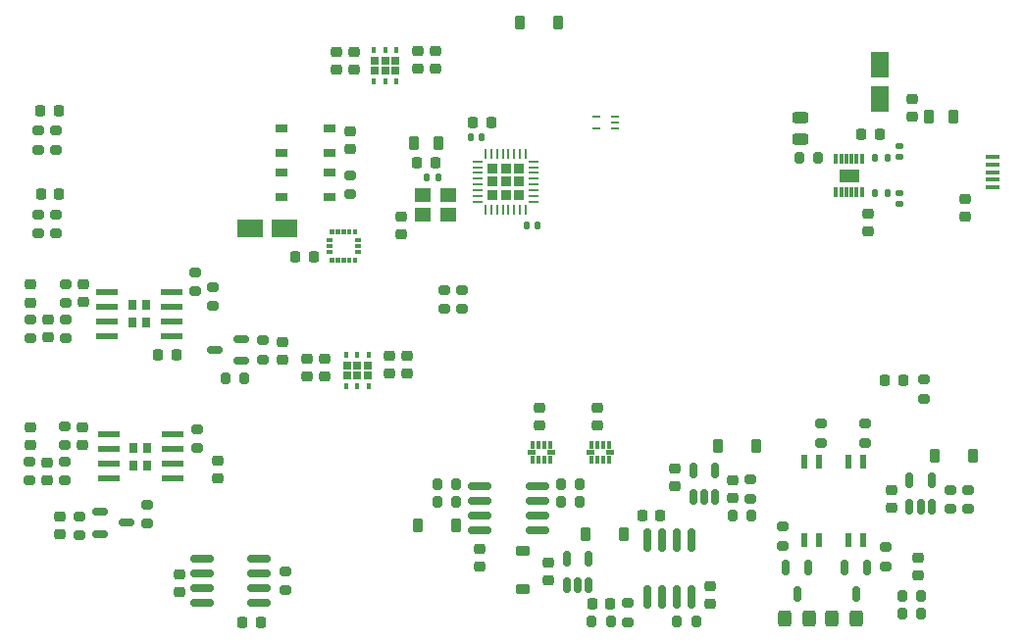
<source format=gtp>
G04 #@! TF.GenerationSoftware,KiCad,Pcbnew,7.0.9*
G04 #@! TF.CreationDate,2023-12-02T16:20:12-07:00*
G04 #@! TF.ProjectId,Fuel_Cell_Controller_Prototype,4675656c-5f43-4656-9c6c-5f436f6e7472,V1.0*
G04 #@! TF.SameCoordinates,Original*
G04 #@! TF.FileFunction,Paste,Top*
G04 #@! TF.FilePolarity,Positive*
%FSLAX46Y46*%
G04 Gerber Fmt 4.6, Leading zero omitted, Abs format (unit mm)*
G04 Created by KiCad (PCBNEW 7.0.9) date 2023-12-02 16:20:12*
%MOMM*%
%LPD*%
G01*
G04 APERTURE LIST*
G04 Aperture macros list*
%AMRoundRect*
0 Rectangle with rounded corners*
0 $1 Rounding radius*
0 $2 $3 $4 $5 $6 $7 $8 $9 X,Y pos of 4 corners*
0 Add a 4 corners polygon primitive as box body*
4,1,4,$2,$3,$4,$5,$6,$7,$8,$9,$2,$3,0*
0 Add four circle primitives for the rounded corners*
1,1,$1+$1,$2,$3*
1,1,$1+$1,$4,$5*
1,1,$1+$1,$6,$7*
1,1,$1+$1,$8,$9*
0 Add four rect primitives between the rounded corners*
20,1,$1+$1,$2,$3,$4,$5,0*
20,1,$1+$1,$4,$5,$6,$7,0*
20,1,$1+$1,$6,$7,$8,$9,0*
20,1,$1+$1,$8,$9,$2,$3,0*%
G04 Aperture macros list end*
%ADD10C,0.010000*%
%ADD11RoundRect,0.218750X-0.218750X-0.381250X0.218750X-0.381250X0.218750X0.381250X-0.218750X0.381250X0*%
%ADD12RoundRect,0.218750X0.256250X-0.218750X0.256250X0.218750X-0.256250X0.218750X-0.256250X-0.218750X0*%
%ADD13RoundRect,0.218750X-0.256250X0.218750X-0.256250X-0.218750X0.256250X-0.218750X0.256250X0.218750X0*%
%ADD14RoundRect,0.225000X0.225000X0.250000X-0.225000X0.250000X-0.225000X-0.250000X0.225000X-0.250000X0*%
%ADD15RoundRect,0.225000X0.250000X-0.225000X0.250000X0.225000X-0.250000X0.225000X-0.250000X-0.225000X0*%
%ADD16RoundRect,0.225000X-0.225000X-0.250000X0.225000X-0.250000X0.225000X0.250000X-0.225000X0.250000X0*%
%ADD17RoundRect,0.200000X0.275000X-0.200000X0.275000X0.200000X-0.275000X0.200000X-0.275000X-0.200000X0*%
%ADD18RoundRect,0.225000X-0.250000X0.225000X-0.250000X-0.225000X0.250000X-0.225000X0.250000X0.225000X0*%
%ADD19RoundRect,0.250000X-0.325000X-0.450000X0.325000X-0.450000X0.325000X0.450000X-0.325000X0.450000X0*%
%ADD20RoundRect,0.150000X-0.150000X0.512500X-0.150000X-0.512500X0.150000X-0.512500X0.150000X0.512500X0*%
%ADD21RoundRect,0.200000X-0.275000X0.200000X-0.275000X-0.200000X0.275000X-0.200000X0.275000X0.200000X0*%
%ADD22RoundRect,0.150000X-0.150000X0.825000X-0.150000X-0.825000X0.150000X-0.825000X0.150000X0.825000X0*%
%ADD23RoundRect,0.200000X-0.200000X-0.275000X0.200000X-0.275000X0.200000X0.275000X-0.200000X0.275000X0*%
%ADD24R,1.050000X0.650000*%
%ADD25R,1.910000X0.610000*%
%ADD26R,0.723000X0.930000*%
%ADD27RoundRect,0.200000X0.200000X0.275000X-0.200000X0.275000X-0.200000X-0.275000X0.200000X-0.275000X0*%
%ADD28RoundRect,0.150000X0.825000X0.150000X-0.825000X0.150000X-0.825000X-0.150000X0.825000X-0.150000X0*%
%ADD29RoundRect,0.135000X-0.135000X-0.185000X0.135000X-0.185000X0.135000X0.185000X-0.135000X0.185000X0*%
%ADD30R,0.762000X0.279400*%
%ADD31R,0.730000X0.660000*%
%ADD32R,0.450000X0.630000*%
%ADD33RoundRect,0.140000X0.170000X-0.140000X0.170000X0.140000X-0.170000X0.140000X-0.170000X-0.140000X0*%
%ADD34RoundRect,0.150000X-0.825000X-0.150000X0.825000X-0.150000X0.825000X0.150000X-0.825000X0.150000X0*%
%ADD35R,2.200000X1.600000*%
%ADD36R,0.558800X1.219200*%
%ADD37RoundRect,0.243750X0.456250X-0.243750X0.456250X0.243750X-0.456250X0.243750X-0.456250X-0.243750X0*%
%ADD38RoundRect,0.140000X-0.170000X0.140000X-0.170000X-0.140000X0.170000X-0.140000X0.170000X0.140000X0*%
%ADD39RoundRect,0.225000X0.225000X0.375000X-0.225000X0.375000X-0.225000X-0.375000X0.225000X-0.375000X0*%
%ADD40RoundRect,0.150000X0.150000X-0.512500X0.150000X0.512500X-0.150000X0.512500X-0.150000X-0.512500X0*%
%ADD41RoundRect,0.250000X0.325000X0.450000X-0.325000X0.450000X-0.325000X-0.450000X0.325000X-0.450000X0*%
%ADD42RoundRect,0.140000X0.140000X0.170000X-0.140000X0.170000X-0.140000X-0.170000X0.140000X-0.170000X0*%
%ADD43RoundRect,0.225000X-0.225000X-0.375000X0.225000X-0.375000X0.225000X0.375000X-0.225000X0.375000X0*%
%ADD44RoundRect,0.225000X-0.375000X0.225000X-0.375000X-0.225000X0.375000X-0.225000X0.375000X0.225000X0*%
%ADD45R,1.300000X0.450000*%
%ADD46R,1.400000X1.200000*%
%ADD47RoundRect,0.140000X-0.140000X-0.170000X0.140000X-0.170000X0.140000X0.170000X-0.140000X0.170000X0*%
%ADD48RoundRect,0.007500X-0.117500X0.412500X-0.117500X-0.412500X0.117500X-0.412500X0.117500X0.412500X0*%
%ADD49RoundRect,0.150000X0.512500X0.150000X-0.512500X0.150000X-0.512500X-0.150000X0.512500X-0.150000X0*%
%ADD50RoundRect,0.232500X-0.232500X-0.232500X0.232500X-0.232500X0.232500X0.232500X-0.232500X0.232500X0*%
%ADD51RoundRect,0.062500X-0.375000X-0.062500X0.375000X-0.062500X0.375000X0.062500X-0.375000X0.062500X0*%
%ADD52RoundRect,0.062500X-0.062500X-0.375000X0.062500X-0.375000X0.062500X0.375000X-0.062500X0.375000X0*%
%ADD53RoundRect,0.150000X-0.512500X-0.150000X0.512500X-0.150000X0.512500X0.150000X-0.512500X0.150000X0*%
%ADD54R,1.600000X2.200000*%
G04 APERTURE END LIST*
D10*
X158658000Y-108362000D02*
X158358000Y-108362000D01*
X158358000Y-107792000D01*
X158658000Y-107792000D01*
X158658000Y-108362000D01*
G36*
X158658000Y-108362000D02*
G01*
X158358000Y-108362000D01*
X158358000Y-107792000D01*
X158658000Y-107792000D01*
X158658000Y-108362000D01*
G37*
X159128000Y-108362000D02*
X158888000Y-108362000D01*
X158888000Y-107792000D01*
X159128000Y-107792000D01*
X159128000Y-108362000D01*
G36*
X159128000Y-108362000D02*
G01*
X158888000Y-108362000D01*
X158888000Y-107792000D01*
X159128000Y-107792000D01*
X159128000Y-108362000D01*
G37*
X159628000Y-108362000D02*
X159388000Y-108362000D01*
X159388000Y-107792000D01*
X159628000Y-107792000D01*
X159628000Y-108362000D01*
G36*
X159628000Y-108362000D02*
G01*
X159388000Y-108362000D01*
X159388000Y-107792000D01*
X159628000Y-107792000D01*
X159628000Y-108362000D01*
G37*
X160158000Y-108362000D02*
X159858000Y-108362000D01*
X159858000Y-107792000D01*
X160158000Y-107792000D01*
X160158000Y-108362000D01*
G36*
X160158000Y-108362000D02*
G01*
X159858000Y-108362000D01*
X159858000Y-107792000D01*
X160158000Y-107792000D01*
X160158000Y-108362000D01*
G37*
X158708000Y-107612000D02*
X158088000Y-107612000D01*
X158088000Y-107272000D01*
X158708000Y-107272000D01*
X158708000Y-107612000D01*
G36*
X158708000Y-107612000D02*
G01*
X158088000Y-107612000D01*
X158088000Y-107272000D01*
X158708000Y-107272000D01*
X158708000Y-107612000D01*
G37*
X160428000Y-107612000D02*
X159808000Y-107612000D01*
X159808000Y-107272000D01*
X160428000Y-107272000D01*
X160428000Y-107612000D01*
G36*
X160428000Y-107612000D02*
G01*
X159808000Y-107612000D01*
X159808000Y-107272000D01*
X160428000Y-107272000D01*
X160428000Y-107612000D01*
G37*
X158658000Y-107092000D02*
X158358000Y-107092000D01*
X158358000Y-106522000D01*
X158658000Y-106522000D01*
X158658000Y-107092000D01*
G36*
X158658000Y-107092000D02*
G01*
X158358000Y-107092000D01*
X158358000Y-106522000D01*
X158658000Y-106522000D01*
X158658000Y-107092000D01*
G37*
X159128000Y-107092000D02*
X158888000Y-107092000D01*
X158888000Y-106522000D01*
X159128000Y-106522000D01*
X159128000Y-107092000D01*
G36*
X159128000Y-107092000D02*
G01*
X158888000Y-107092000D01*
X158888000Y-106522000D01*
X159128000Y-106522000D01*
X159128000Y-107092000D01*
G37*
X159628000Y-107092000D02*
X159388000Y-107092000D01*
X159388000Y-106522000D01*
X159628000Y-106522000D01*
X159628000Y-107092000D01*
G36*
X159628000Y-107092000D02*
G01*
X159388000Y-107092000D01*
X159388000Y-106522000D01*
X159628000Y-106522000D01*
X159628000Y-107092000D01*
G37*
X160158000Y-107092000D02*
X159858000Y-107092000D01*
X159858000Y-106522000D01*
X160158000Y-106522000D01*
X160158000Y-107092000D01*
G36*
X160158000Y-107092000D02*
G01*
X159858000Y-107092000D01*
X159858000Y-106522000D01*
X160158000Y-106522000D01*
X160158000Y-107092000D01*
G37*
X153578000Y-108362000D02*
X153278000Y-108362000D01*
X153278000Y-107792000D01*
X153578000Y-107792000D01*
X153578000Y-108362000D01*
G36*
X153578000Y-108362000D02*
G01*
X153278000Y-108362000D01*
X153278000Y-107792000D01*
X153578000Y-107792000D01*
X153578000Y-108362000D01*
G37*
X154048000Y-108362000D02*
X153808000Y-108362000D01*
X153808000Y-107792000D01*
X154048000Y-107792000D01*
X154048000Y-108362000D01*
G36*
X154048000Y-108362000D02*
G01*
X153808000Y-108362000D01*
X153808000Y-107792000D01*
X154048000Y-107792000D01*
X154048000Y-108362000D01*
G37*
X154548000Y-108362000D02*
X154308000Y-108362000D01*
X154308000Y-107792000D01*
X154548000Y-107792000D01*
X154548000Y-108362000D01*
G36*
X154548000Y-108362000D02*
G01*
X154308000Y-108362000D01*
X154308000Y-107792000D01*
X154548000Y-107792000D01*
X154548000Y-108362000D01*
G37*
X155078000Y-108362000D02*
X154778000Y-108362000D01*
X154778000Y-107792000D01*
X155078000Y-107792000D01*
X155078000Y-108362000D01*
G36*
X155078000Y-108362000D02*
G01*
X154778000Y-108362000D01*
X154778000Y-107792000D01*
X155078000Y-107792000D01*
X155078000Y-108362000D01*
G37*
X153628000Y-107612000D02*
X153008000Y-107612000D01*
X153008000Y-107272000D01*
X153628000Y-107272000D01*
X153628000Y-107612000D01*
G36*
X153628000Y-107612000D02*
G01*
X153008000Y-107612000D01*
X153008000Y-107272000D01*
X153628000Y-107272000D01*
X153628000Y-107612000D01*
G37*
X155348000Y-107612000D02*
X154728000Y-107612000D01*
X154728000Y-107272000D01*
X155348000Y-107272000D01*
X155348000Y-107612000D01*
G36*
X155348000Y-107612000D02*
G01*
X154728000Y-107612000D01*
X154728000Y-107272000D01*
X155348000Y-107272000D01*
X155348000Y-107612000D01*
G37*
X153578000Y-107092000D02*
X153278000Y-107092000D01*
X153278000Y-106522000D01*
X153578000Y-106522000D01*
X153578000Y-107092000D01*
G36*
X153578000Y-107092000D02*
G01*
X153278000Y-107092000D01*
X153278000Y-106522000D01*
X153578000Y-106522000D01*
X153578000Y-107092000D01*
G37*
X154048000Y-107092000D02*
X153808000Y-107092000D01*
X153808000Y-106522000D01*
X154048000Y-106522000D01*
X154048000Y-107092000D01*
G36*
X154048000Y-107092000D02*
G01*
X153808000Y-107092000D01*
X153808000Y-106522000D01*
X154048000Y-106522000D01*
X154048000Y-107092000D01*
G37*
X154548000Y-107092000D02*
X154308000Y-107092000D01*
X154308000Y-106522000D01*
X154548000Y-106522000D01*
X154548000Y-107092000D01*
G36*
X154548000Y-107092000D02*
G01*
X154308000Y-107092000D01*
X154308000Y-106522000D01*
X154548000Y-106522000D01*
X154548000Y-107092000D01*
G37*
X155078000Y-107092000D02*
X154778000Y-107092000D01*
X154778000Y-106522000D01*
X155078000Y-106522000D01*
X155078000Y-107092000D01*
G36*
X155078000Y-107092000D02*
G01*
X154778000Y-107092000D01*
X154778000Y-106522000D01*
X155078000Y-106522000D01*
X155078000Y-107092000D01*
G37*
X136247800Y-90990800D02*
X135967800Y-90990800D01*
X135967800Y-90630800D01*
X136247800Y-90630800D01*
X136247800Y-90990800D01*
G36*
X136247800Y-90990800D02*
G01*
X135967800Y-90990800D01*
X135967800Y-90630800D01*
X136247800Y-90630800D01*
X136247800Y-90990800D01*
G37*
X136747800Y-90990800D02*
X136467800Y-90990800D01*
X136467800Y-90630800D01*
X136747800Y-90630800D01*
X136747800Y-90990800D01*
G36*
X136747800Y-90990800D02*
G01*
X136467800Y-90990800D01*
X136467800Y-90630800D01*
X136747800Y-90630800D01*
X136747800Y-90990800D01*
G37*
X137247800Y-90990800D02*
X136967800Y-90990800D01*
X136967800Y-90630800D01*
X137247800Y-90630800D01*
X137247800Y-90990800D01*
G36*
X137247800Y-90990800D02*
G01*
X136967800Y-90990800D01*
X136967800Y-90630800D01*
X137247800Y-90630800D01*
X137247800Y-90990800D01*
G37*
X137747800Y-90990800D02*
X137467800Y-90990800D01*
X137467800Y-90630800D01*
X137747800Y-90630800D01*
X137747800Y-90990800D01*
G36*
X137747800Y-90990800D02*
G01*
X137467800Y-90990800D01*
X137467800Y-90630800D01*
X137747800Y-90630800D01*
X137747800Y-90990800D01*
G37*
X138247800Y-90990800D02*
X137967800Y-90990800D01*
X137967800Y-90630800D01*
X138247800Y-90630800D01*
X138247800Y-90990800D01*
G36*
X138247800Y-90990800D02*
G01*
X137967800Y-90990800D01*
X137967800Y-90630800D01*
X138247800Y-90630800D01*
X138247800Y-90990800D01*
G37*
X136067800Y-90225800D02*
X135707800Y-90225800D01*
X135707800Y-89945800D01*
X136067800Y-89945800D01*
X136067800Y-90225800D01*
G36*
X136067800Y-90225800D02*
G01*
X135707800Y-90225800D01*
X135707800Y-89945800D01*
X136067800Y-89945800D01*
X136067800Y-90225800D01*
G37*
X138517800Y-90220800D02*
X138157800Y-90220800D01*
X138157800Y-89940800D01*
X138517800Y-89940800D01*
X138517800Y-90220800D01*
G36*
X138517800Y-90220800D02*
G01*
X138157800Y-90220800D01*
X138157800Y-89940800D01*
X138517800Y-89940800D01*
X138517800Y-90220800D01*
G37*
X136062800Y-89725800D02*
X135702800Y-89725800D01*
X135702800Y-89445800D01*
X136062800Y-89445800D01*
X136062800Y-89725800D01*
G36*
X136062800Y-89725800D02*
G01*
X135702800Y-89725800D01*
X135702800Y-89445800D01*
X136062800Y-89445800D01*
X136062800Y-89725800D01*
G37*
X138517800Y-89725800D02*
X138157800Y-89725800D01*
X138157800Y-89445800D01*
X138517800Y-89445800D01*
X138517800Y-89725800D01*
G36*
X138517800Y-89725800D02*
G01*
X138157800Y-89725800D01*
X138157800Y-89445800D01*
X138517800Y-89445800D01*
X138517800Y-89725800D01*
G37*
X138517800Y-89225800D02*
X138157800Y-89225800D01*
X138157800Y-88945800D01*
X138517800Y-88945800D01*
X138517800Y-89225800D01*
G36*
X138517800Y-89225800D02*
G01*
X138157800Y-89225800D01*
X138157800Y-88945800D01*
X138517800Y-88945800D01*
X138517800Y-89225800D01*
G37*
X136067800Y-89225800D02*
X135707800Y-89225800D01*
X135707800Y-88945800D01*
X136067800Y-88945800D01*
X136067800Y-89225800D01*
G36*
X136067800Y-89225800D02*
G01*
X135707800Y-89225800D01*
X135707800Y-88945800D01*
X136067800Y-88945800D01*
X136067800Y-89225800D01*
G37*
X136247800Y-88540800D02*
X135967800Y-88540800D01*
X135967800Y-88180800D01*
X136247800Y-88180800D01*
X136247800Y-88540800D01*
G36*
X136247800Y-88540800D02*
G01*
X135967800Y-88540800D01*
X135967800Y-88180800D01*
X136247800Y-88180800D01*
X136247800Y-88540800D01*
G37*
X136747800Y-88540800D02*
X136467800Y-88540800D01*
X136467800Y-88180800D01*
X136747800Y-88180800D01*
X136747800Y-88540800D01*
G36*
X136747800Y-88540800D02*
G01*
X136467800Y-88540800D01*
X136467800Y-88180800D01*
X136747800Y-88180800D01*
X136747800Y-88540800D01*
G37*
X137247800Y-88540800D02*
X136967800Y-88540800D01*
X136967800Y-88180800D01*
X137247800Y-88180800D01*
X137247800Y-88540800D01*
G36*
X137247800Y-88540800D02*
G01*
X136967800Y-88540800D01*
X136967800Y-88180800D01*
X137247800Y-88180800D01*
X137247800Y-88540800D01*
G37*
X137747800Y-88540800D02*
X137467800Y-88540800D01*
X137467800Y-88180800D01*
X137747800Y-88180800D01*
X137747800Y-88540800D01*
G36*
X137747800Y-88540800D02*
G01*
X137467800Y-88540800D01*
X137467800Y-88180800D01*
X137747800Y-88180800D01*
X137747800Y-88540800D01*
G37*
X138247800Y-88540800D02*
X137967800Y-88540800D01*
X137967800Y-88180800D01*
X138247800Y-88180800D01*
X138247800Y-88540800D01*
G36*
X138247800Y-88540800D02*
G01*
X137967800Y-88540800D01*
X137967800Y-88180800D01*
X138247800Y-88180800D01*
X138247800Y-88540800D01*
G37*
X181551000Y-84011000D02*
X179971000Y-84011000D01*
X179971000Y-82991000D01*
X181551000Y-82991000D01*
X181551000Y-84011000D01*
G36*
X181551000Y-84011000D02*
G01*
X179971000Y-84011000D01*
X179971000Y-82991000D01*
X181551000Y-82991000D01*
X181551000Y-84011000D01*
G37*
D11*
X143209500Y-80772000D03*
X145334500Y-80772000D03*
D12*
X112649000Y-114554000D03*
X112649000Y-112979000D03*
D13*
X131826000Y-97891500D03*
X131826000Y-99466500D03*
X110109000Y-105257500D03*
X110109000Y-106832500D03*
X110109000Y-92938500D03*
X110109000Y-94513500D03*
D14*
X185433000Y-101219000D03*
X183883000Y-101219000D03*
D15*
X186690000Y-118123000D03*
X186690000Y-116573000D03*
D16*
X111002200Y-85149400D03*
X112552200Y-85149400D03*
X110987000Y-77916400D03*
X112537000Y-77916400D03*
D17*
X130180500Y-99443000D03*
X130180500Y-97793000D03*
D18*
X114634500Y-105257000D03*
X114634500Y-106807000D03*
D19*
X179319500Y-121820000D03*
X181369500Y-121820000D03*
D20*
X177230500Y-117380500D03*
X175330500Y-117380500D03*
X176280500Y-119655500D03*
D21*
X113143000Y-92901000D03*
X113143000Y-94551000D03*
D22*
X167132000Y-115027000D03*
X165862000Y-115027000D03*
X164592000Y-115027000D03*
X163322000Y-115027000D03*
X163322000Y-119977000D03*
X164592000Y-119977000D03*
X165862000Y-119977000D03*
X167132000Y-119977000D03*
D21*
X191008000Y-110681000D03*
X191008000Y-112331000D03*
D17*
X182122500Y-106643000D03*
X182122500Y-104993000D03*
D21*
X113110500Y-108255000D03*
X113110500Y-109905000D03*
D15*
X148844000Y-117361000D03*
X148844000Y-115811000D03*
D23*
X185357000Y-121412000D03*
X187007000Y-121412000D03*
X158560000Y-122074000D03*
X160210000Y-122074000D03*
D24*
X135933000Y-81593000D03*
X131783000Y-81593000D03*
X135933000Y-79443000D03*
X131783000Y-79443000D03*
D25*
X116840000Y-105918000D03*
X116840000Y-107188000D03*
X116840000Y-108458000D03*
X116840000Y-109728000D03*
X122400000Y-109728000D03*
X122400000Y-108458000D03*
X122400000Y-107188000D03*
X122400000Y-105918000D03*
D26*
X119017500Y-107048000D03*
X119017500Y-108598000D03*
X120222500Y-107048000D03*
X120222500Y-108598000D03*
D17*
X178312500Y-106643000D03*
X178312500Y-104993000D03*
D23*
X155893000Y-111760000D03*
X157543000Y-111760000D03*
D27*
X187007000Y-119888000D03*
X185357000Y-119888000D03*
D17*
X112320800Y-81332200D03*
X112320800Y-79682200D03*
X189484000Y-112331000D03*
X189484000Y-110681000D03*
D28*
X153859000Y-114173000D03*
X153859000Y-112903000D03*
X153859000Y-111633000D03*
X153859000Y-110363000D03*
X148909000Y-110363000D03*
X148909000Y-111633000D03*
X148909000Y-112903000D03*
X148909000Y-114173000D03*
D17*
X187198000Y-102806000D03*
X187198000Y-101156000D03*
D21*
X110062500Y-108255000D03*
X110062500Y-109905000D03*
D15*
X145034000Y-74326000D03*
X145034000Y-72776000D03*
D16*
X158610000Y-120550000D03*
X160160000Y-120550000D03*
D21*
X124540500Y-105461000D03*
X124540500Y-107111000D03*
D29*
X183045000Y-85025000D03*
X184065000Y-85025000D03*
D30*
X160540700Y-79493999D03*
X160540700Y-78994000D03*
X160540700Y-78494001D03*
X158991300Y-78494001D03*
X158991300Y-79493999D03*
D31*
X137460000Y-100838000D03*
X138326000Y-100838000D03*
X139192000Y-100838000D03*
X137460000Y-99988000D03*
X138326000Y-99988000D03*
X139192000Y-99988000D03*
D32*
X137376000Y-101753000D03*
X138326000Y-101753000D03*
X139276000Y-101753000D03*
X139276000Y-99073000D03*
X138326000Y-99073000D03*
X137376000Y-99073000D03*
D17*
X112336000Y-88556000D03*
X112336000Y-86906000D03*
D33*
X185079000Y-81949000D03*
X185079000Y-80989000D03*
D25*
X116713000Y-93599000D03*
X116713000Y-94869000D03*
X116713000Y-96139000D03*
X116713000Y-97409000D03*
X122273000Y-97409000D03*
X122273000Y-96139000D03*
X122273000Y-94869000D03*
X122273000Y-93599000D03*
D26*
X118890500Y-94729000D03*
X118890500Y-96279000D03*
X120095500Y-94729000D03*
X120095500Y-96279000D03*
D21*
X113110500Y-105207000D03*
X113110500Y-106857000D03*
D27*
X146875000Y-110236000D03*
X145225000Y-110236000D03*
D15*
X184404000Y-112281000D03*
X184404000Y-110731000D03*
D16*
X148323000Y-78994000D03*
X149873000Y-78994000D03*
D34*
X124906000Y-116675000D03*
X124906000Y-117945000D03*
X124906000Y-119215000D03*
X124906000Y-120485000D03*
X129856000Y-120485000D03*
X129856000Y-119215000D03*
X129856000Y-117945000D03*
X129856000Y-116675000D03*
D23*
X176467000Y-82042000D03*
X178117000Y-82042000D03*
D17*
X172273000Y-111469000D03*
X172273000Y-109819000D03*
D21*
X175010500Y-113883000D03*
X175010500Y-115533000D03*
D23*
X145225000Y-111760000D03*
X146875000Y-111760000D03*
D24*
X135933000Y-85403000D03*
X131783000Y-85403000D03*
X135933000Y-83253000D03*
X131783000Y-83253000D03*
D16*
X133005400Y-90601800D03*
X134555400Y-90601800D03*
D21*
X110796800Y-79682200D03*
X110796800Y-81332200D03*
D35*
X132054600Y-88138000D03*
X129054600Y-88138000D03*
D15*
X168783000Y-120563000D03*
X168783000Y-119013000D03*
D17*
X161671000Y-122137000D03*
X161671000Y-120487000D03*
D15*
X154813000Y-118531000D03*
X154813000Y-116981000D03*
D16*
X121145000Y-99060000D03*
X122695000Y-99060000D03*
D18*
X154022000Y-103619000D03*
X154022000Y-105169000D03*
D15*
X165735000Y-110403000D03*
X165735000Y-108853000D03*
D29*
X183045000Y-81977000D03*
X184065000Y-81977000D03*
D15*
X143510000Y-74326000D03*
X143510000Y-72776000D03*
D18*
X142113000Y-87109000D03*
X142113000Y-88659000D03*
D36*
X181995500Y-108269100D03*
X180725500Y-108269100D03*
X180725500Y-115050900D03*
X181995500Y-115050900D03*
D37*
X176530000Y-80439500D03*
X176530000Y-78564500D03*
D38*
X185079000Y-85053000D03*
X185079000Y-86013000D03*
D39*
X146812000Y-113792000D03*
X143512000Y-113792000D03*
D40*
X167325000Y-111273500D03*
X168275000Y-111273500D03*
X169225000Y-111273500D03*
X169225000Y-108998500D03*
X167325000Y-108998500D03*
D18*
X126238000Y-108191000D03*
X126238000Y-109741000D03*
D31*
X139850000Y-74484000D03*
X140716000Y-74484000D03*
X141582000Y-74484000D03*
X139850000Y-73634000D03*
X140716000Y-73634000D03*
X141582000Y-73634000D03*
D32*
X139766000Y-75399000D03*
X140716000Y-75399000D03*
X141666000Y-75399000D03*
X141666000Y-72719000D03*
X140716000Y-72719000D03*
X139766000Y-72719000D03*
D41*
X177305500Y-121820000D03*
X175255500Y-121820000D03*
D11*
X187659500Y-78486000D03*
X189784500Y-78486000D03*
D18*
X159004000Y-103619000D03*
X159004000Y-105169000D03*
D14*
X183401000Y-80010000D03*
X181851000Y-80010000D03*
D23*
X165926000Y-122074000D03*
X167576000Y-122074000D03*
D21*
X124319000Y-91885000D03*
X124319000Y-93535000D03*
D18*
X122936000Y-117994000D03*
X122936000Y-119544000D03*
D42*
X153896000Y-87884000D03*
X152936000Y-87884000D03*
D43*
X188138000Y-107746000D03*
X191438000Y-107746000D03*
D15*
X135532000Y-100934000D03*
X135532000Y-99384000D03*
D21*
X125843000Y-93155000D03*
X125843000Y-94805000D03*
D27*
X172336000Y-112930000D03*
X170686000Y-112930000D03*
D40*
X185994000Y-112135500D03*
X186944000Y-112135500D03*
X187894000Y-112135500D03*
X187894000Y-109860500D03*
X185994000Y-109860500D03*
D36*
X178185500Y-108269100D03*
X176915500Y-108269100D03*
X176915500Y-115050900D03*
X178185500Y-115050900D03*
D21*
X137668000Y-83503000D03*
X137668000Y-85153000D03*
D18*
X190754000Y-85585000D03*
X190754000Y-87135000D03*
D14*
X129965248Y-122125966D03*
X128415248Y-122125966D03*
D15*
X134008000Y-100934000D03*
X134008000Y-99384000D03*
D44*
X152604000Y-116002000D03*
X152604000Y-119302000D03*
D39*
X155651000Y-70308000D03*
X152351000Y-70308000D03*
D21*
X110081000Y-95949000D03*
X110081000Y-97599000D03*
D18*
X182372000Y-86855000D03*
X182372000Y-88405000D03*
D42*
X145288000Y-83693000D03*
X144328000Y-83693000D03*
D15*
X186182000Y-78499000D03*
X186182000Y-76949000D03*
X142644000Y-100680002D03*
X142644000Y-99130002D03*
D18*
X111586500Y-108305000D03*
X111586500Y-109855000D03*
D45*
X193172000Y-84547000D03*
X193172000Y-83897000D03*
X193172000Y-83247000D03*
X193172000Y-82597000D03*
X193172000Y-81947000D03*
D15*
X170749000Y-111419000D03*
X170749000Y-109869000D03*
D46*
X143934000Y-86956000D03*
X146134000Y-86956000D03*
X146134000Y-85256000D03*
X143934000Y-85256000D03*
D47*
X148110000Y-80264000D03*
X149070000Y-80264000D03*
D21*
X114300000Y-112967000D03*
X114300000Y-114617000D03*
D20*
X182310500Y-117380500D03*
X180410500Y-117380500D03*
X181360500Y-119655500D03*
D21*
X110812000Y-86906000D03*
X110812000Y-88556000D03*
D27*
X157543000Y-110236000D03*
X155893000Y-110236000D03*
D17*
X132080000Y-119380000D03*
X132080000Y-117730000D03*
D48*
X181886000Y-82066000D03*
X181436000Y-82066000D03*
X180986000Y-82066000D03*
X180536000Y-82066000D03*
X180086000Y-82066000D03*
X179636000Y-82066000D03*
X179636000Y-84936000D03*
X180086000Y-84936000D03*
X180536000Y-84936000D03*
X180986000Y-84936000D03*
X181436000Y-84936000D03*
X181886000Y-84936000D03*
D15*
X141120000Y-100680002D03*
X141120000Y-99130002D03*
D18*
X137668000Y-79743000D03*
X137668000Y-81293000D03*
D43*
X158039000Y-114504000D03*
X161339000Y-114504000D03*
D21*
X183900500Y-115661000D03*
X183900500Y-117311000D03*
X147320000Y-93409000D03*
X147320000Y-95059000D03*
D18*
X114667000Y-92951000D03*
X114667000Y-94501000D03*
D49*
X128270000Y-99568000D03*
X128270000Y-97668000D03*
X125995000Y-98618000D03*
D43*
X169469000Y-106884000D03*
X172769000Y-106884000D03*
D40*
X156403000Y-118893500D03*
X157353000Y-118893500D03*
X158303000Y-118893500D03*
X158303000Y-116618500D03*
X156403000Y-116618500D03*
D50*
X149980000Y-82924000D03*
X149980000Y-84074000D03*
X149980000Y-85224000D03*
X151130000Y-82924000D03*
X151130000Y-84074000D03*
X151130000Y-85224000D03*
X152280000Y-82924000D03*
X152280000Y-84074000D03*
X152280000Y-85224000D03*
D51*
X148692500Y-82324000D03*
X148692500Y-82824000D03*
X148692500Y-83324000D03*
X148692500Y-83824000D03*
X148692500Y-84324000D03*
X148692500Y-84824000D03*
X148692500Y-85324000D03*
X148692500Y-85824000D03*
D52*
X149380000Y-86511500D03*
X149880000Y-86511500D03*
X150380000Y-86511500D03*
X150880000Y-86511500D03*
X151380000Y-86511500D03*
X151880000Y-86511500D03*
X152380000Y-86511500D03*
X152880000Y-86511500D03*
D51*
X153567500Y-85824000D03*
X153567500Y-85324000D03*
X153567500Y-84824000D03*
X153567500Y-84324000D03*
X153567500Y-83824000D03*
X153567500Y-83324000D03*
X153567500Y-82824000D03*
X153567500Y-82324000D03*
D52*
X152880000Y-81636500D03*
X152380000Y-81636500D03*
X151880000Y-81636500D03*
X151380000Y-81636500D03*
X150880000Y-81636500D03*
X150380000Y-81636500D03*
X149880000Y-81636500D03*
X149380000Y-81636500D03*
D14*
X164478000Y-112930000D03*
X162928000Y-112930000D03*
D53*
X116089000Y-112588000D03*
X116089000Y-114488000D03*
X118364000Y-113538000D03*
D15*
X138072000Y-74422000D03*
X138072000Y-72872000D03*
D14*
X145047000Y-82423000D03*
X143497000Y-82423000D03*
D15*
X136548000Y-74422000D03*
X136548000Y-72872000D03*
D18*
X111619000Y-95999000D03*
X111619000Y-97549000D03*
D21*
X120142000Y-111951000D03*
X120142000Y-113601000D03*
D54*
X183388000Y-76962000D03*
X183388000Y-73962000D03*
D21*
X145826000Y-93409000D03*
X145826000Y-95059000D03*
D27*
X128587000Y-101092000D03*
X126937000Y-101092000D03*
D21*
X113143000Y-95949000D03*
X113143000Y-97599000D03*
M02*

</source>
